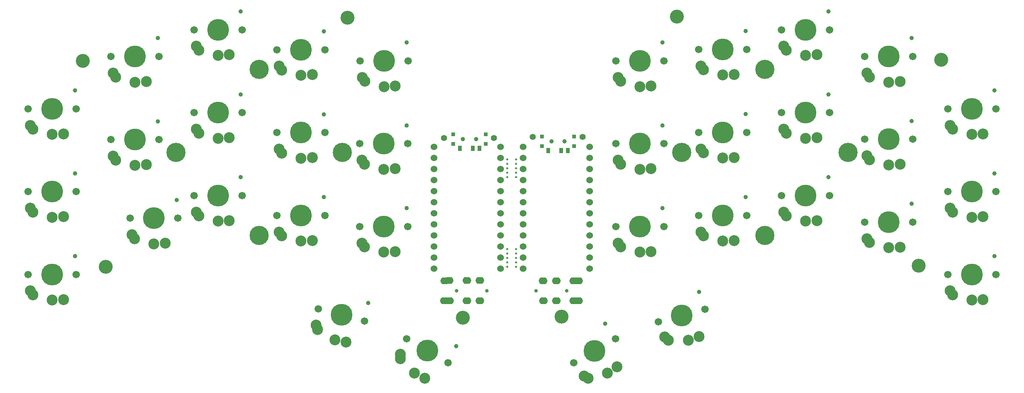
<source format=gbr>
%TF.GenerationSoftware,KiCad,Pcbnew,6.0.4+dfsg-1+b1*%
%TF.CreationDate,2022-04-16T20:30:22+01:00*%
%TF.ProjectId,sweep-mid,73776565-702d-46d6-9964-2e6b69636164,rev?*%
%TF.SameCoordinates,Original*%
%TF.FileFunction,Soldermask,Bot*%
%TF.FilePolarity,Negative*%
%FSLAX46Y46*%
G04 Gerber Fmt 4.6, Leading zero omitted, Abs format (unit mm)*
G04 Created by KiCad (PCBNEW 6.0.4+dfsg-1+b1) date 2022-04-16 20:30:22*
%MOMM*%
%LPD*%
G01*
G04 APERTURE LIST*
%ADD10C,5.000000*%
%ADD11C,0.990600*%
%ADD12C,1.701800*%
%ADD13C,2.500000*%
%ADD14C,1.397000*%
%ADD15C,4.400000*%
%ADD16C,1.524000*%
%ADD17C,0.800000*%
%ADD18O,2.000000X1.600000*%
%ADD19C,0.500000*%
%ADD20C,3.200000*%
%ADD21C,1.000000*%
%ADD22R,0.900000X0.900000*%
%ADD23R,0.900000X1.250000*%
G04 APERTURE END LIST*
D10*
%TO.C,SW2*%
X45000000Y-77000000D03*
D11*
X50220000Y-72800000D03*
D12*
X50500000Y-77000000D03*
X39500000Y-77000000D03*
D13*
X47600000Y-82750000D03*
X45000000Y-82900000D03*
X40000000Y-80800000D03*
X40600000Y-81700000D03*
%TD*%
D10*
%TO.C,SW3*%
X64000000Y-65000000D03*
D11*
X69220000Y-60800000D03*
D12*
X69500000Y-65000000D03*
X58500000Y-65000000D03*
D13*
X66600000Y-70750000D03*
X64000000Y-70900000D03*
X59000000Y-68800000D03*
X59600000Y-69700000D03*
%TD*%
D10*
%TO.C,SW4*%
X83000000Y-58860000D03*
D11*
X88220000Y-54660000D03*
D12*
X88500000Y-58860000D03*
X77500000Y-58860000D03*
D13*
X85600000Y-64610000D03*
X83000000Y-64760000D03*
X78000000Y-62660000D03*
X78600000Y-63560000D03*
%TD*%
D10*
%TO.C,SW5*%
X101994000Y-63432000D03*
D11*
X107214000Y-59232000D03*
D12*
X107494000Y-63432000D03*
X96494000Y-63432000D03*
D13*
X104594000Y-69182000D03*
X101994000Y-69332000D03*
X96994000Y-67232000D03*
X97594000Y-68132000D03*
%TD*%
D10*
%TO.C,SW6*%
X121000000Y-66000000D03*
D11*
X126220000Y-61800000D03*
D12*
X126500000Y-66000000D03*
X115500000Y-66000000D03*
D13*
X123600000Y-71750000D03*
X121000000Y-71900000D03*
X116000000Y-69800000D03*
X116600000Y-70700000D03*
%TD*%
D10*
%TO.C,SW8*%
X45000000Y-96000000D03*
D11*
X50220000Y-91800000D03*
D12*
X50500000Y-96000000D03*
X39500000Y-96000000D03*
D13*
X47600000Y-101750000D03*
X45000000Y-101900000D03*
X40000000Y-99800000D03*
X40600000Y-100700000D03*
%TD*%
D10*
%TO.C,SW9*%
X64000000Y-84074000D03*
D11*
X69220000Y-79874000D03*
D12*
X69500000Y-84074000D03*
X58500000Y-84074000D03*
D13*
X66600000Y-89824000D03*
X64000000Y-89974000D03*
X59000000Y-87874000D03*
X59600000Y-88774000D03*
%TD*%
D10*
%TO.C,SW10*%
X83000000Y-77878000D03*
D11*
X88220000Y-73678000D03*
D12*
X88500000Y-77878000D03*
X77500000Y-77878000D03*
D13*
X85600000Y-83628000D03*
X83000000Y-83778000D03*
X78000000Y-81678000D03*
X78600000Y-82578000D03*
%TD*%
D10*
%TO.C,SW11*%
X102000000Y-82450000D03*
D11*
X107220000Y-78250000D03*
D12*
X107500000Y-82450000D03*
X96500000Y-82450000D03*
D13*
X104600000Y-88200000D03*
X102000000Y-88350000D03*
X97000000Y-86250000D03*
X97600000Y-87150000D03*
%TD*%
D10*
%TO.C,SW12*%
X120980000Y-84990000D03*
D11*
X126200000Y-80790000D03*
D12*
X126480000Y-84990000D03*
X115480000Y-84990000D03*
D13*
X123580000Y-90740000D03*
X120980000Y-90890000D03*
X115980000Y-88790000D03*
X116580000Y-89690000D03*
%TD*%
D10*
%TO.C,SW14*%
X45000000Y-115000000D03*
D11*
X50220000Y-110800000D03*
D12*
X50500000Y-115000000D03*
X39500000Y-115000000D03*
D13*
X47600000Y-120750000D03*
X45000000Y-120900000D03*
X40000000Y-118800000D03*
X40600000Y-119700000D03*
%TD*%
%TO.C,SW15*%
X63926000Y-106808000D03*
X63326000Y-105908000D03*
X68326000Y-108008000D03*
X70926000Y-107858000D03*
D12*
X62826000Y-102108000D03*
X73826000Y-102108000D03*
D11*
X73546000Y-97908000D03*
D10*
X68326000Y-102108000D03*
%TD*%
%TO.C,SW16*%
X83000000Y-96896000D03*
D11*
X88220000Y-92696000D03*
D12*
X88500000Y-96896000D03*
X77500000Y-96896000D03*
D13*
X85600000Y-102646000D03*
X83000000Y-102796000D03*
X78000000Y-100696000D03*
X78600000Y-101596000D03*
%TD*%
D10*
%TO.C,SW17*%
X102000000Y-101468000D03*
D11*
X107220000Y-97268000D03*
D12*
X107500000Y-101468000D03*
X96500000Y-101468000D03*
D13*
X104600000Y-107218000D03*
X102000000Y-107368000D03*
X97000000Y-105268000D03*
X97600000Y-106168000D03*
%TD*%
D10*
%TO.C,SW20*%
X130950000Y-132504000D03*
D11*
X137570653Y-131476693D03*
D12*
X135713140Y-135254000D03*
X126186860Y-129754000D03*
D13*
X130326666Y-138783646D03*
X128000000Y-137613550D03*
X124719873Y-133294897D03*
X124789488Y-134374319D03*
%TD*%
D10*
%TO.C,SW21*%
X111272000Y-124288000D03*
D11*
X117401173Y-121582147D03*
D12*
X116584592Y-125711505D03*
X105959408Y-122864495D03*
D13*
X112295198Y-130515003D03*
X109744968Y-129986962D03*
X105458858Y-126664423D03*
X105805477Y-127689048D03*
%TD*%
D10*
%TO.C,SW18*%
X120980000Y-104008000D03*
D11*
X126200000Y-99808000D03*
D12*
X126480000Y-104008000D03*
X115480000Y-104008000D03*
D13*
X123580000Y-109758000D03*
X120980000Y-109908000D03*
X115980000Y-107808000D03*
X116580000Y-108708000D03*
%TD*%
D10*
%TO.C,SW11_r1*%
X198585840Y-82418000D03*
D11*
X203805840Y-78218000D03*
D12*
X204085840Y-82418000D03*
X193085840Y-82418000D03*
D13*
X201185840Y-88168000D03*
X198585840Y-88318000D03*
X193585840Y-86218000D03*
X194185840Y-87118000D03*
%TD*%
D10*
%TO.C,SW13_r1*%
X255631840Y-115000000D03*
D11*
X260851840Y-110800000D03*
D12*
X261131840Y-115000000D03*
X250131840Y-115000000D03*
D13*
X258231840Y-120750000D03*
X255631840Y-120900000D03*
X250631840Y-118800000D03*
X251231840Y-119700000D03*
%TD*%
D10*
%TO.C,SW15_r1*%
X217587840Y-96896000D03*
D11*
X222807840Y-92696000D03*
D12*
X223087840Y-96896000D03*
X212087840Y-96896000D03*
D13*
X220187840Y-102646000D03*
X217587840Y-102796000D03*
X212587840Y-100696000D03*
X213187840Y-101596000D03*
%TD*%
D10*
%TO.C,SW16_r1*%
X198585840Y-101468000D03*
D11*
X203805840Y-97268000D03*
D12*
X204085840Y-101468000D03*
X193085840Y-101468000D03*
D13*
X201185840Y-107218000D03*
X198585840Y-107368000D03*
X193585840Y-105268000D03*
X194185840Y-106168000D03*
%TD*%
D10*
%TO.C,SW5_r1*%
X198585840Y-63368000D03*
D11*
X203805840Y-59168000D03*
D12*
X204085840Y-63368000D03*
X193085840Y-63368000D03*
D13*
X201185840Y-69118000D03*
X198585840Y-69268000D03*
X193585840Y-67168000D03*
X194185840Y-68068000D03*
%TD*%
D10*
%TO.C,SW3_r1*%
X236613840Y-65000000D03*
D11*
X241833840Y-60800000D03*
D12*
X242113840Y-65000000D03*
X231113840Y-65000000D03*
D13*
X239213840Y-70750000D03*
X236613840Y-70900000D03*
X231613840Y-68800000D03*
X232213840Y-69700000D03*
%TD*%
D10*
%TO.C,SW4_r1*%
X217587840Y-58860000D03*
D11*
X222807840Y-54660000D03*
D12*
X223087840Y-58860000D03*
X212087840Y-58860000D03*
D13*
X220187840Y-64610000D03*
X217587840Y-64760000D03*
X212587840Y-62660000D03*
X213187840Y-63560000D03*
%TD*%
D10*
%TO.C,SW8_r1*%
X236613840Y-83974000D03*
D11*
X241833840Y-79774000D03*
D12*
X242113840Y-83974000D03*
X231113840Y-83974000D03*
D13*
X239213840Y-89724000D03*
X236613840Y-89874000D03*
X231613840Y-87774000D03*
X232213840Y-88674000D03*
%TD*%
D10*
%TO.C,SW9_r1*%
X217587840Y-77878000D03*
D11*
X222807840Y-73678000D03*
D12*
X223087840Y-77878000D03*
X212087840Y-77878000D03*
D13*
X220187840Y-83628000D03*
X217587840Y-83778000D03*
X212587840Y-81678000D03*
X213187840Y-82578000D03*
%TD*%
D10*
%TO.C,SW18_r1*%
X236613840Y-102992000D03*
D11*
X241833840Y-98792000D03*
D12*
X242113840Y-102992000D03*
X231113840Y-102992000D03*
D13*
X239213840Y-108742000D03*
X236613840Y-108892000D03*
X231613840Y-106792000D03*
X232213840Y-107692000D03*
%TD*%
D10*
%TO.C,SW12_r1*%
X179585840Y-84990000D03*
D11*
X184805840Y-80790000D03*
D12*
X185085840Y-84990000D03*
X174085840Y-84990000D03*
D13*
X182185840Y-90740000D03*
X179585840Y-90890000D03*
X174585840Y-88790000D03*
X175185840Y-89690000D03*
%TD*%
D10*
%TO.C,SW7_r1*%
X255631840Y-96000000D03*
D11*
X260851840Y-91800000D03*
D12*
X261131840Y-96000000D03*
X250131840Y-96000000D03*
D13*
X258231840Y-101750000D03*
X255631840Y-101900000D03*
X250631840Y-99800000D03*
X251231840Y-100700000D03*
%TD*%
D10*
%TO.C,SW2_r1*%
X255631840Y-77000000D03*
D11*
X260851840Y-72800000D03*
D12*
X261131840Y-77000000D03*
X250131840Y-77000000D03*
D13*
X258231840Y-82750000D03*
X255631840Y-82900000D03*
X250631840Y-80800000D03*
X251231840Y-81700000D03*
%TD*%
D10*
%TO.C,SW6_r1*%
X179585840Y-66000000D03*
D11*
X184805840Y-61800000D03*
D12*
X185085840Y-66000000D03*
X174085840Y-66000000D03*
D13*
X182185840Y-71750000D03*
X179585840Y-71900000D03*
X174585840Y-69800000D03*
X175185840Y-70700000D03*
%TD*%
D10*
%TO.C,SW20_r1*%
X169251000Y-132542000D03*
D11*
X171671653Y-126294693D03*
D12*
X174014140Y-129792000D03*
X164487860Y-135292000D03*
D13*
X174377666Y-136221646D03*
X172201000Y-137651550D03*
X166820873Y-138332897D03*
X167790488Y-138812319D03*
%TD*%
D10*
%TO.C,SW17_r1*%
X179585840Y-104008000D03*
D11*
X184805840Y-99808000D03*
D12*
X185085840Y-104008000D03*
X174085840Y-104008000D03*
D13*
X182185840Y-109758000D03*
X179585840Y-109908000D03*
X174585840Y-107808000D03*
X175185840Y-108708000D03*
%TD*%
D10*
%TO.C,SW21_r1*%
X189179840Y-124410000D03*
D11*
X193134933Y-119002076D03*
D12*
X194492432Y-122986495D03*
X183867248Y-125833505D03*
D13*
X193179457Y-129291144D03*
X190706872Y-130108962D03*
X185333723Y-129374613D03*
X186146216Y-130088655D03*
%TD*%
D14*
%TO.C,Bat+r1*%
X146190000Y-83736000D03*
%TD*%
%TO.C,BatGND1*%
X134760000Y-83736000D03*
%TD*%
D15*
%TO.C,REF\u002A\u002A*%
X92456000Y-67945000D03*
X92456000Y-106045000D03*
X111506000Y-86995000D03*
X73406000Y-86995000D03*
%TD*%
D16*
%TO.C,U1*%
X147705400Y-85768000D03*
X147705400Y-88308000D03*
X147705400Y-90848000D03*
X147705400Y-93388000D03*
X147705400Y-95928000D03*
X147705400Y-98468000D03*
X147705400Y-101008000D03*
X147705400Y-103548000D03*
X147705400Y-106088000D03*
X147705400Y-108628000D03*
X147705400Y-111168000D03*
X147705400Y-113708000D03*
X132485400Y-113708000D03*
X132485400Y-111168000D03*
X132485400Y-108628000D03*
X132485400Y-106088000D03*
X132485400Y-103548000D03*
X132485400Y-101008000D03*
X132485400Y-98468000D03*
X132485400Y-95928000D03*
X132485400Y-93388000D03*
X132485400Y-90848000D03*
X132485400Y-88308000D03*
X132485400Y-85768000D03*
%TD*%
D14*
%TO.C,BatGND4*%
X166459840Y-83482000D03*
%TD*%
%TO.C,Bat+1*%
X155029840Y-83482000D03*
%TD*%
D15*
%TO.C,REF\u002A\u002A*%
X208280000Y-106045000D03*
X189230000Y-86995000D03*
X208280000Y-67945000D03*
X227330000Y-86995000D03*
%TD*%
D17*
%TO.C,J1*%
X162867840Y-118734000D03*
X155867840Y-118734000D03*
D18*
X160487840Y-121064000D03*
X160467840Y-116434000D03*
X157487840Y-121064000D03*
X157467840Y-116434000D03*
X165587840Y-116464000D03*
X165567840Y-121034000D03*
X164467840Y-116434000D03*
X164487840Y-121064000D03*
%TD*%
D16*
%TO.C,U2*%
X168129240Y-85768000D03*
X168129240Y-88308000D03*
X168129240Y-90848000D03*
X168129240Y-93388000D03*
X168129240Y-95928000D03*
X168129240Y-98468000D03*
X168129240Y-101008000D03*
X168129240Y-103548000D03*
X168129240Y-106088000D03*
X168129240Y-108628000D03*
X168129240Y-111168000D03*
X168129240Y-113708000D03*
X152909240Y-113708000D03*
X152909240Y-111168000D03*
X152909240Y-108628000D03*
X152909240Y-106088000D03*
X152909240Y-103548000D03*
X152909240Y-101008000D03*
X152909240Y-98468000D03*
X152909240Y-95928000D03*
X152909240Y-93388000D03*
X152909240Y-90848000D03*
X152909240Y-88308000D03*
X152909240Y-85768000D03*
%TD*%
D19*
%TO.C,mouse-bite-5mm-slot*%
X151257000Y-90678000D03*
X151257000Y-88646000D03*
X151257000Y-92710000D03*
X149225000Y-88646000D03*
X151257000Y-91694000D03*
X149225000Y-92710000D03*
X149225000Y-91694000D03*
X149225000Y-89662000D03*
X151257000Y-89662000D03*
X149225000Y-90678000D03*
%TD*%
%TO.C,mouse-bite-5mm-slot*%
X151257000Y-113220500D03*
X149225000Y-111188500D03*
X149225000Y-109156500D03*
X149225000Y-110172500D03*
X149225000Y-112204500D03*
X151257000Y-111188500D03*
X149225000Y-113220500D03*
X151257000Y-112204500D03*
X151257000Y-110172500D03*
X151257000Y-109156500D03*
%TD*%
D17*
%TO.C,J2*%
X137590000Y-118734000D03*
X144590000Y-118734000D03*
D18*
X139970000Y-116404000D03*
X139990000Y-121034000D03*
X142970000Y-116404000D03*
X142990000Y-121034000D03*
X134890000Y-116434000D03*
X134870000Y-121004000D03*
X135970000Y-116404000D03*
X135990000Y-121034000D03*
%TD*%
D20*
%TO.C,*%
X112649000Y-56134000D03*
%TD*%
%TO.C,Mounting 03*%
X57277000Y-113284000D03*
%TD*%
%TO.C,Mounting 02*%
X139065000Y-124968000D03*
%TD*%
%TO.C,Mounting 01*%
X112649000Y-56134000D03*
%TD*%
%TO.C,*%
X139065000Y-124968000D03*
%TD*%
%TO.C,Mounting 04*%
X52070000Y-66040000D03*
%TD*%
D21*
%TO.C,SW_POWERR1*%
X142102000Y-83990000D03*
X139102000Y-83990000D03*
D22*
X144302000Y-85090000D03*
X136902000Y-85090000D03*
X144302000Y-82890000D03*
X136902000Y-82890000D03*
D23*
X138352000Y-86065000D03*
X141352000Y-86065000D03*
X142852000Y-86065000D03*
%TD*%
D21*
%TO.C,SW_POWER1*%
X159371840Y-84498000D03*
X162371840Y-84498000D03*
D22*
X164571840Y-83398000D03*
X157171840Y-85598000D03*
X157171840Y-83398000D03*
X164571840Y-85598000D03*
D23*
X158621840Y-86573000D03*
X161621840Y-86573000D03*
X163121840Y-86573000D03*
%TD*%
D20*
%TO.C,Mounting 02*%
X161671000Y-124714000D03*
%TD*%
%TO.C,Mounting 04*%
X248666000Y-65786000D03*
%TD*%
%TO.C,Mounting 01*%
X188087000Y-55880000D03*
%TD*%
%TO.C,Mounting 03*%
X243459000Y-113030000D03*
%TD*%
M02*

</source>
